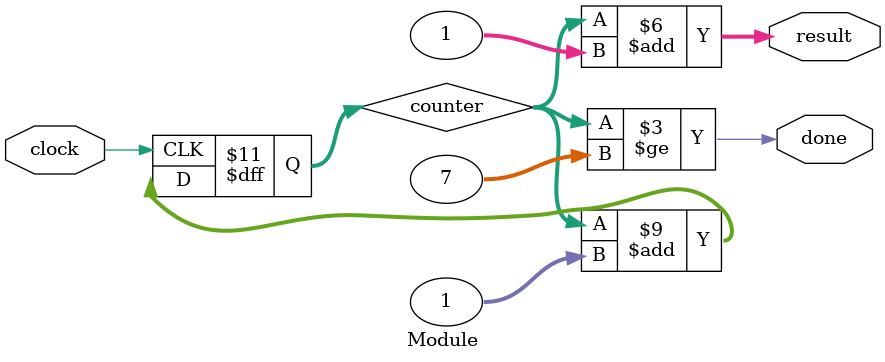
<source format=sv>
`include "metron_tools.sv"


module Module
(
  input logic clock,
  output logic done,
  output logic[31:0] result
);
/*public:*/
  initial begin /*Module*/
    counter = 0;
  end

  always_comb begin /*done*/
    done = counter >= 7;
  end

  always_comb begin /*result*/
    logic[31:0] c;

    c = counter;

    c = c + 1;

    result = c;
  end

  always_comb begin /*tock*/
    /*tick()*/;
  end

/*private:*/

  always_ff @(posedge clock) begin /*tick*/
    counter <= counter + 1;
  end

  logic[31:0] counter;

endmodule


</source>
